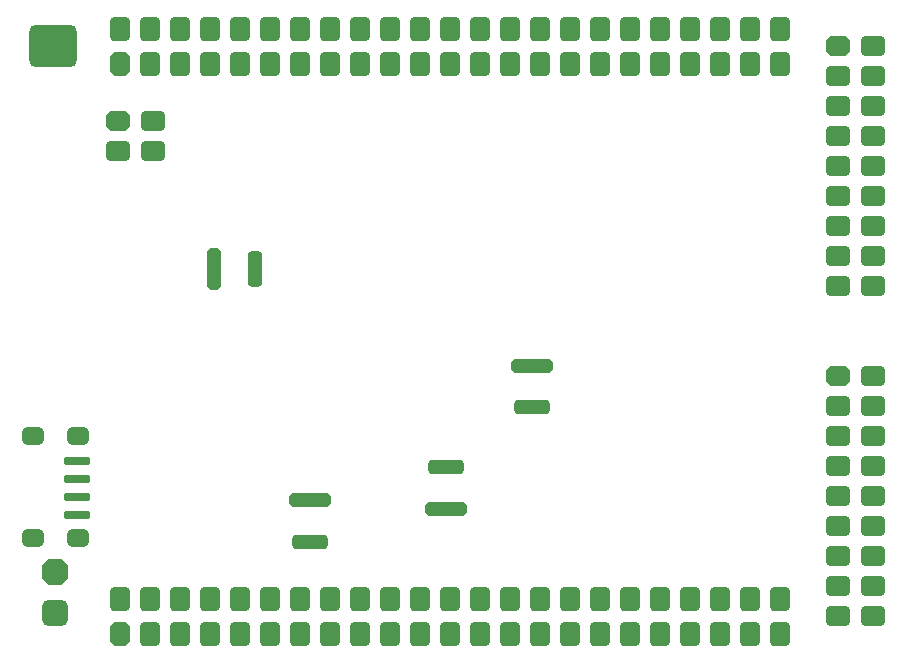
<source format=gbr>
%TF.GenerationSoftware,Altium Limited,Altium Designer,22.10.1 (41)*%
G04 Layer_Color=255*
%FSLAX45Y45*%
%MOMM*%
%TF.SameCoordinates,A8474BD1-FA4A-4BD0-88DA-22D9B4FA892B*%
%TF.FilePolarity,Positive*%
%TF.FileFunction,Pads,Bot*%
%TF.Part,Single*%
G01*
G75*
%TA.AperFunction,ComponentPad*%
G04:AMPARAMS|DCode=95|XSize=1.7mm|YSize=2.1mm|CornerRadius=0mm|HoleSize=0mm|Usage=FLASHONLY|Rotation=270.000|XOffset=0mm|YOffset=0mm|HoleType=Round|Shape=Octagon|*
%AMOCTAGOND95*
4,1,8,1.05000,0.42500,1.05000,-0.42500,0.62500,-0.85000,-0.62500,-0.85000,-1.05000,-0.42500,-1.05000,0.42500,-0.62500,0.85000,0.62500,0.85000,1.05000,0.42500,0.0*
%
%ADD95OCTAGOND95*%

G04:AMPARAMS|DCode=96|XSize=1.7mm|YSize=2.1mm|CornerRadius=0.425mm|HoleSize=0mm|Usage=FLASHONLY|Rotation=270.000|XOffset=0mm|YOffset=0mm|HoleType=Round|Shape=RoundedRectangle|*
%AMROUNDEDRECTD96*
21,1,1.70000,1.25001,0,0,270.0*
21,1,0.85000,2.10000,0,0,270.0*
1,1,0.85000,-0.62500,-0.42500*
1,1,0.85000,-0.62500,0.42500*
1,1,0.85000,0.62500,0.42500*
1,1,0.85000,0.62500,-0.42500*
%
%ADD96ROUNDEDRECTD96*%
G04:AMPARAMS|DCode=97|XSize=1.7mm|YSize=2.1mm|CornerRadius=0mm|HoleSize=0mm|Usage=FLASHONLY|Rotation=0.000|XOffset=0mm|YOffset=0mm|HoleType=Round|Shape=Octagon|*
%AMOCTAGOND97*
4,1,8,-0.42500,1.05000,0.42500,1.05000,0.85000,0.62500,0.85000,-0.62500,0.42500,-1.05000,-0.42500,-1.05000,-0.85000,-0.62500,-0.85000,0.62500,-0.42500,1.05000,0.0*
%
%ADD97OCTAGOND97*%

G04:AMPARAMS|DCode=98|XSize=1.7mm|YSize=2.1mm|CornerRadius=0.425mm|HoleSize=0mm|Usage=FLASHONLY|Rotation=0.000|XOffset=0mm|YOffset=0mm|HoleType=Round|Shape=RoundedRectangle|*
%AMROUNDEDRECTD98*
21,1,1.70000,1.25001,0,0,0.0*
21,1,0.85000,2.10000,0,0,0.0*
1,1,0.85000,0.42500,-0.62500*
1,1,0.85000,-0.42500,-0.62500*
1,1,0.85000,-0.42500,0.62500*
1,1,0.85000,0.42500,0.62500*
%
%ADD98ROUNDEDRECTD98*%
G04:AMPARAMS|DCode=99|XSize=1.8mm|YSize=1.45mm|CornerRadius=0.3625mm|HoleSize=0mm|Usage=FLASHONLY|Rotation=180.000|XOffset=0mm|YOffset=0mm|HoleType=Round|Shape=RoundedRectangle|*
%AMROUNDEDRECTD99*
21,1,1.80000,0.72500,0,0,180.0*
21,1,1.07500,1.45000,0,0,180.0*
1,1,0.72500,-0.53750,0.36250*
1,1,0.72500,0.53750,0.36250*
1,1,0.72500,0.53750,-0.36250*
1,1,0.72500,-0.53750,-0.36250*
%
%ADD99ROUNDEDRECTD99*%
G04:AMPARAMS|DCode=100|XSize=4mm|YSize=3.6mm|CornerRadius=0.54mm|HoleSize=0mm|Usage=FLASHONLY|Rotation=0.000|XOffset=0mm|YOffset=0mm|HoleType=Round|Shape=RoundedRectangle|*
%AMROUNDEDRECTD100*
21,1,4.00000,2.52000,0,0,0.0*
21,1,2.92000,3.60000,0,0,0.0*
1,1,1.08000,1.46000,-1.26000*
1,1,1.08000,-1.46000,-1.26000*
1,1,1.08000,-1.46000,1.26000*
1,1,1.08000,1.46000,1.26000*
%
%ADD100ROUNDEDRECTD100*%
G04:AMPARAMS|DCode=101|XSize=2.2mm|YSize=2.2mm|CornerRadius=0mm|HoleSize=0mm|Usage=FLASHONLY|Rotation=270.000|XOffset=0mm|YOffset=0mm|HoleType=Round|Shape=Octagon|*
%AMOCTAGOND101*
4,1,8,-0.55000,-1.10000,0.55000,-1.10000,1.10000,-0.55000,1.10000,0.55000,0.55000,1.10000,-0.55000,1.10000,-1.10000,0.55000,-1.10000,-0.55000,-0.55000,-1.10000,0.0*
%
%ADD101OCTAGOND101*%

G04:AMPARAMS|DCode=102|XSize=2.2mm|YSize=2.2mm|CornerRadius=0.55mm|HoleSize=0mm|Usage=FLASHONLY|Rotation=270.000|XOffset=0mm|YOffset=0mm|HoleType=Round|Shape=RoundedRectangle|*
%AMROUNDEDRECTD102*
21,1,2.20000,1.10000,0,0,270.0*
21,1,1.10000,2.20000,0,0,270.0*
1,1,1.10000,-0.55000,-0.55000*
1,1,1.10000,-0.55000,0.55000*
1,1,1.10000,0.55000,0.55000*
1,1,1.10000,0.55000,-0.55000*
%
%ADD102ROUNDEDRECTD102*%
%TA.AperFunction,SMDPad,CuDef*%
G04:AMPARAMS|DCode=107|XSize=1.2mm|YSize=3.5mm|CornerRadius=0mm|HoleSize=0mm|Usage=FLASHONLY|Rotation=270.000|XOffset=0mm|YOffset=0mm|HoleType=Round|Shape=Octagon|*
%AMOCTAGOND107*
4,1,8,1.75000,0.30000,1.75000,-0.30000,1.45000,-0.60000,-1.45000,-0.60000,-1.75000,-0.30000,-1.75000,0.30000,-1.45000,0.60000,1.45000,0.60000,1.75000,0.30000,0.0*
%
%ADD107OCTAGOND107*%

G04:AMPARAMS|DCode=108|XSize=1.2mm|YSize=3mm|CornerRadius=0.3mm|HoleSize=0mm|Usage=FLASHONLY|Rotation=270.000|XOffset=0mm|YOffset=0mm|HoleType=Round|Shape=RoundedRectangle|*
%AMROUNDEDRECTD108*
21,1,1.20000,2.40000,0,0,270.0*
21,1,0.60000,3.00000,0,0,270.0*
1,1,0.60000,-1.20000,-0.30000*
1,1,0.60000,-1.20000,0.30000*
1,1,0.60000,1.20000,0.30000*
1,1,0.60000,1.20000,-0.30000*
%
%ADD108ROUNDEDRECTD108*%
G04:AMPARAMS|DCode=109|XSize=2.2mm|YSize=0.7mm|CornerRadius=0.175mm|HoleSize=0mm|Usage=FLASHONLY|Rotation=180.000|XOffset=0mm|YOffset=0mm|HoleType=Round|Shape=RoundedRectangle|*
%AMROUNDEDRECTD109*
21,1,2.20000,0.35000,0,0,180.0*
21,1,1.85000,0.70000,0,0,180.0*
1,1,0.35000,-0.92500,0.17500*
1,1,0.35000,0.92500,0.17500*
1,1,0.35000,0.92500,-0.17500*
1,1,0.35000,-0.92500,-0.17500*
%
%ADD109ROUNDEDRECTD109*%
G04:AMPARAMS|DCode=110|XSize=1.2mm|YSize=3mm|CornerRadius=0.3mm|HoleSize=0mm|Usage=FLASHONLY|Rotation=0.000|XOffset=0mm|YOffset=0mm|HoleType=Round|Shape=RoundedRectangle|*
%AMROUNDEDRECTD110*
21,1,1.20000,2.40000,0,0,0.0*
21,1,0.60000,3.00000,0,0,0.0*
1,1,0.60000,0.30000,-1.20000*
1,1,0.60000,-0.30000,-1.20000*
1,1,0.60000,-0.30000,1.20000*
1,1,0.60000,0.30000,1.20000*
%
%ADD110ROUNDEDRECTD110*%
G04:AMPARAMS|DCode=111|XSize=1.2mm|YSize=3.5mm|CornerRadius=0mm|HoleSize=0mm|Usage=FLASHONLY|Rotation=0.000|XOffset=0mm|YOffset=0mm|HoleType=Round|Shape=Octagon|*
%AMOCTAGOND111*
4,1,8,-0.30000,1.75000,0.30000,1.75000,0.60000,1.45000,0.60000,-1.45000,0.30000,-1.75000,-0.30000,-1.75000,-0.60000,-1.45000,-0.60000,1.45000,-0.30000,1.75000,0.0*
%
%ADD111OCTAGOND111*%

D95*
X8108000Y2349500D02*
D03*
Y5143500D02*
D03*
X2012000Y4512400D02*
D03*
D96*
X8108000Y2095500D02*
D03*
Y1841500D02*
D03*
Y1587500D02*
D03*
Y1333500D02*
D03*
Y1079500D02*
D03*
Y825500D02*
D03*
X8402000Y2349500D02*
D03*
Y2095500D02*
D03*
Y1841500D02*
D03*
Y1587500D02*
D03*
Y1333500D02*
D03*
Y1079500D02*
D03*
Y825500D02*
D03*
X8108000Y571500D02*
D03*
Y317500D02*
D03*
X8402000Y571500D02*
D03*
Y317500D02*
D03*
X8108000Y4889500D02*
D03*
Y4635500D02*
D03*
Y4381500D02*
D03*
Y4127500D02*
D03*
Y3873500D02*
D03*
Y3619500D02*
D03*
X8402000Y5143500D02*
D03*
Y4889500D02*
D03*
Y4635500D02*
D03*
Y4381500D02*
D03*
Y4127500D02*
D03*
Y3873500D02*
D03*
Y3619500D02*
D03*
X8108000Y3365500D02*
D03*
Y3111500D02*
D03*
X8402000Y3365500D02*
D03*
Y3111500D02*
D03*
X2306000Y4512400D02*
D03*
Y4258400D02*
D03*
X2012000D02*
D03*
D97*
X2032000Y170500D02*
D03*
Y4996500D02*
D03*
D98*
X2286000Y170500D02*
D03*
X2540000D02*
D03*
X2794000D02*
D03*
X3048000D02*
D03*
X3302000D02*
D03*
X3556000D02*
D03*
X3810000D02*
D03*
X4064000D02*
D03*
X4318000D02*
D03*
X4572000D02*
D03*
X4826000D02*
D03*
X5080000D02*
D03*
X5334000D02*
D03*
X5588000D02*
D03*
X5842000D02*
D03*
X6096000D02*
D03*
X6350000D02*
D03*
X6604000D02*
D03*
X6858000D02*
D03*
X7112000D02*
D03*
X7366000D02*
D03*
X7620000D02*
D03*
X2032000Y464500D02*
D03*
X2286000D02*
D03*
X2540000D02*
D03*
X2794000D02*
D03*
X3048000D02*
D03*
X3302000D02*
D03*
X3556000D02*
D03*
X3810000D02*
D03*
X4064000D02*
D03*
X4318000D02*
D03*
X4572000D02*
D03*
X4826000D02*
D03*
X5080000D02*
D03*
X5334000D02*
D03*
X5588000D02*
D03*
X5842000D02*
D03*
X6096000D02*
D03*
X6350000D02*
D03*
X6604000D02*
D03*
X6858000D02*
D03*
X7112000D02*
D03*
X7366000D02*
D03*
X7620000D02*
D03*
X2286000Y4996500D02*
D03*
X2540000D02*
D03*
X2794000D02*
D03*
X3048000D02*
D03*
X3302000D02*
D03*
X3556000D02*
D03*
X3810000D02*
D03*
X4064000D02*
D03*
X4318000D02*
D03*
X4572000D02*
D03*
X4826000D02*
D03*
X5080000D02*
D03*
X5334000D02*
D03*
X5588000D02*
D03*
X5842000D02*
D03*
X6096000D02*
D03*
X6350000D02*
D03*
X6604000D02*
D03*
X6858000D02*
D03*
X7112000D02*
D03*
X7366000D02*
D03*
X7620000D02*
D03*
X2032000Y5290500D02*
D03*
X2286000D02*
D03*
X2540000D02*
D03*
X2794000D02*
D03*
X3048000D02*
D03*
X3302000D02*
D03*
X3556000D02*
D03*
X3810000D02*
D03*
X4064000D02*
D03*
X4318000D02*
D03*
X4572000D02*
D03*
X4826000D02*
D03*
X5080000D02*
D03*
X5334000D02*
D03*
X5588000D02*
D03*
X5842000D02*
D03*
X6096000D02*
D03*
X6350000D02*
D03*
X6604000D02*
D03*
X6858000D02*
D03*
X7112000D02*
D03*
X7366000D02*
D03*
X7620000D02*
D03*
D99*
X1672000Y978000D02*
D03*
X1292000D02*
D03*
X1672000Y1842000D02*
D03*
X1292000D02*
D03*
D100*
X1460500Y5143500D02*
D03*
D101*
X1480000Y695000D02*
D03*
D102*
Y345000D02*
D03*
D107*
X3640000Y1300000D02*
D03*
X5520000Y2440000D02*
D03*
X4790000Y1230000D02*
D03*
D108*
X3640000Y950000D02*
D03*
X5520000Y2090000D02*
D03*
X4790000Y1580000D02*
D03*
D109*
X1660000Y1630000D02*
D03*
Y1480000D02*
D03*
Y1330000D02*
D03*
Y1180000D02*
D03*
D110*
X3170000Y3260000D02*
D03*
D111*
X2820000D02*
D03*
%TF.MD5,f498be6a31f018f4c7a4b9ad6a0a75c3*%
M02*

</source>
